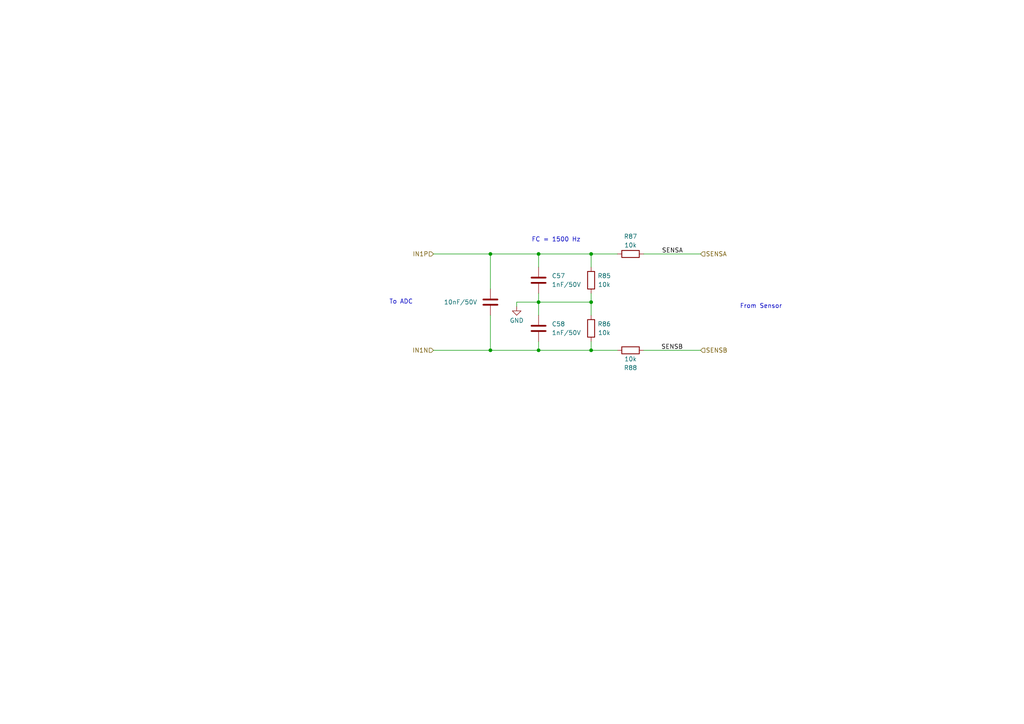
<source format=kicad_sch>
(kicad_sch (version 20250114) (generator "eeschema") (generator_version "9.0")
  (paper "A4")
  (lib_symbols
    (symbol "Device:C" (pin_numbers (hide yes)) (pin_names (offset 0.254))
      (property "Reference" "C" (at 0.635 2.54 0))
      (property "Value" "C" (at 0.635 -2.54 0))
      (symbol "C_0_1"
        (polyline (pts (xy -2.032 0.762) (xy 2.032 0.762)) (stroke (width 0.508)))
        (polyline (pts (xy -2.032 -0.762) (xy 2.032 -0.762)) (stroke (width 0.508)))
      )
      (symbol "C_1_1"
        (pin passive line (at 0 3.81 270) (length 2.794) (name "~") (number "1"))
        (pin passive line (at 0 -3.81 90) (length 2.794) (name "~") (number "2"))
      )
    )
    (symbol "Device:R" (pin_numbers (hide yes)) (pin_names (offset 0))
      (property "Reference" "R" (at 2.032 0 90))
      (property "Value" "R" (at 0 0 90))
      (symbol "R_0_1"
        (rectangle (start -1.016 -2.54) (end 1.016 2.54) (stroke (width 0.254)))
      )
      (symbol "R_1_1"
        (pin passive line (at 0 3.81 270) (length 1.27) (name "~") (number "1"))
        (pin passive line (at 0 -3.81 90) (length 1.27) (name "~") (number "2"))
      )
    )
    (symbol "power:GND" (power) (pin_numbers (hide yes)) (pin_names (offset 0) (hide yes))
      (property "Value" "GND" (at 0 -3.81 0))
      (symbol "GND_0_1"
        (polyline (pts (xy 0 0) (xy 0 -1.27) (xy 1.27 -1.27) (xy 0 -2.54) (xy -1.27 -1.27) (xy 0 -1.27)))
      )
      (symbol "GND_1_1"
        (pin power_in line (at 0 0 270) (length 0) (name "~") (number "1"))
      )
    )
  )
  (text "To ADC" (at 116.332 87.63 0) (effects (font (size 1.27 1.27))))
  (text "From Sensor" (at 220.726 88.9 0) (effects (font (size 1.27 1.27))))
  (text "FC = 1500 Hz" (at 161.29 69.596 0) (effects (font (size 1.27 1.27))))
  (junction (at 171.45 87.63))
  (junction (at 142.24 101.6))
  (junction (at 171.45 101.6))
  (junction (at 142.24 73.66))
  (junction (at 156.21 73.66))
  (junction (at 156.21 101.6))
  (junction (at 156.21 87.63))
  (junction (at 171.45 73.66))
  (wire (pts (xy 156.21 101.6) (xy 171.45 101.6)))
  (wire (pts (xy 156.21 99.06) (xy 156.21 101.6)))
  (wire (pts (xy 149.86 88.9) (xy 149.86 87.63)))
  (wire (pts (xy 149.86 87.63) (xy 156.21 87.63)))
  (wire (pts (xy 142.24 91.44) (xy 142.24 101.6)))
  (wire (pts (xy 156.21 77.47) (xy 156.21 73.66)))
  (wire (pts (xy 142.24 101.6) (xy 156.21 101.6)))
  (wire (pts (xy 186.69 101.6) (xy 203.2 101.6)))
  (wire (pts (xy 142.24 73.66) (xy 125.73 73.66)))
  (wire (pts (xy 171.45 99.06) (xy 171.45 101.6)))
  (wire (pts (xy 156.21 73.66) (xy 171.45 73.66)))
  (wire (pts (xy 156.21 85.09) (xy 156.21 87.63)))
  (wire (pts (xy 186.69 73.66) (xy 203.2 73.66)))
  (wire (pts (xy 171.45 77.47) (xy 171.45 73.66)))
  (wire (pts (xy 142.24 101.6) (xy 125.73 101.6)))
  (wire (pts (xy 171.45 101.6) (xy 179.07 101.6)))
  (wire (pts (xy 156.21 87.63) (xy 156.21 91.44)))
  (wire (pts (xy 171.45 87.63) (xy 171.45 91.44)))
  (wire (pts (xy 142.24 73.66) (xy 156.21 73.66)))
  (wire (pts (xy 171.45 85.09) (xy 171.45 87.63)))
  (wire (pts (xy 142.24 83.82) (xy 142.24 73.66)))
  (wire (pts (xy 171.45 73.66) (xy 179.07 73.66)))
  (wire (pts (xy 156.21 87.63) (xy 171.45 87.63)))
  (label "SENSB" (at 198.12 101.6 180))
  (label "SENSA" (at 198.12 73.66 180))
  (hierarchical_label "SENSB" (shape input) (at 203.2 101.6 0))
  (hierarchical_label "IN1N" (shape input) (at 125.73 101.6 180))
  (hierarchical_label "SENSA" (shape input) (at 203.2 73.66 0))
  (hierarchical_label "IN1P" (shape input) (at 125.73 73.66 180))
  (symbol (lib_id "Device:R") (at 182.88 101.6 90) (mirror x) (unit 1)
    (property "Reference" "R63" (at 182.88 106.68 90))
    (property "Value" "10k" (at 182.88 104.14 90))
    (property "Description" "Resistor" (effects (hide yes)))
    (instances (project "Placa_Control_M2ES" (path "" (reference "R88") (unit 1)) (path "" (reference "R63") (unit 1)) (path "" (reference "R68") (unit 1)) (path "" (reference "R72") (unit 1)) (path "" (reference "R80") (unit 1)) (path "" (reference "R76") (unit 1)) (path "" (reference "R62") (unit 1)) (path "" (reference "R84") (unit 1))))
  )
  (symbol (lib_id "Device:R") (at 182.88 73.66 90) (unit 1)
    (property "Reference" "R60" (at 182.88 68.58 90))
    (property "Value" "10k" (at 182.88 71.12 90))
    (property "Description" "Resistor" (effects (hide yes)))
    (instances (project "Placa_Control_M2ES" (path "" (reference "R87") (unit 1)) (path "" (reference "R60") (unit 1)) (path "" (reference "R67") (unit 1)) (path "" (reference "R71") (unit 1)) (path "" (reference "R79") (unit 1)) (path "" (reference "R75") (unit 1)) (path "" (reference "R59") (unit 1)) (path "" (reference "R83") (unit 1))))
  )
  (symbol (lib_id "Device:R") (at 171.45 95.25 0) (unit 1)
    (property "Reference" "R58" (at 175.26 93.98 0))
    (property "Value" "10k" (at 175.26 96.52 0))
    (property "Description" "Resistor" (effects (hide yes)))
    (instances (project "Placa_Control_M2ES" (path "" (reference "R86") (unit 1)) (path "" (reference "R58") (unit 1)) (path "" (reference "R66") (unit 1)) (path "" (reference "R70") (unit 1)) (path "" (reference "R78") (unit 1)) (path "" (reference "R74") (unit 1)) (path "" (reference "R55") (unit 1)) (path "" (reference "R82") (unit 1))))
  )
  (symbol (lib_id "Device:C") (at 156.21 81.28 0) (mirror y) (unit 1)
    (property "Reference" "C?" (at 160.02 80.0099 0) (effects (justify right)))
    (property "Value" "1nF/50V" (at 160.02 82.5499 0) (effects (justify right)))
    (property "Description" "Unpolarized capacitor" (effects (hide yes)))
    (instances (project "Placa_Control_M2ES" (path "" (reference "C57") (unit 1)) (path "" (reference "C?") (unit 1)) (path "" (reference "C42") (unit 1)) (path "" (reference "C45") (unit 1)) (path "" (reference "C51") (unit 1)) (path "" (reference "C48") (unit 1)) (path "" (reference "C24") (unit 1)) (path "" (reference "C54") (unit 1))))
  )
  (symbol (lib_id "Device:R") (at 171.45 81.28 0) (unit 1)
    (property "Reference" "R65" (at 175.26 80.01 0))
    (property "Value" "10k" (at 175.26 82.55 0))
    (property "Description" "Resistor" (effects (hide yes)))
    (instances (project "Placa_Control_M2ES" (path "" (reference "R85") (unit 1)) (path "" (reference "R65") (unit 1)) (path "" (reference "R64") (unit 1)) (path "" (reference "R69") (unit 1)) (path "" (reference "R77") (unit 1)) (path "" (reference "R73") (unit 1)) (path "" (reference "R54") (unit 1)) (path "" (reference "R81") (unit 1))))
  )
  (symbol (lib_id "Device:C") (at 142.24 87.63 0) (unit 1)
    (property "Reference" "C40" (effects (hide yes)))
    (property "Value" "10nF/50V" (at 138.43 87.6299 0) (effects (justify right)))
    (property "Description" "Unpolarized capacitor" (effects (hide yes)))
    (instances (project "Placa_Control_M2ES" (path "" (reference "C56") (unit 1)) (path "" (reference "C40") (unit 1)) (path "" (reference "C41") (unit 1)) (path "" (reference "C44") (unit 1)) (path "" (reference "C50") (unit 1)) (path "" (reference "C47") (unit 1)) (path "" (reference "C20") (unit 1)) (path "" (reference "C53") (unit 1))))
  )
  (symbol (lib_id "Device:C") (at 156.21 95.25 0) (mirror y) (unit 1)
    (property "Reference" "C22" (at 160.02 93.9799 0) (effects (justify right)))
    (property "Value" "1nF/50V" (at 160.02 96.5199 0) (effects (justify right)))
    (property "Description" "Unpolarized capacitor" (effects (hide yes)))
    (instances (project "Placa_Control_M2ES" (path "" (reference "C58") (unit 1)) (path "" (reference "C22") (unit 1)) (path "" (reference "C43") (unit 1)) (path "" (reference "C46") (unit 1)) (path "" (reference "C52") (unit 1)) (path "" (reference "C49") (unit 1)) (path "" (reference "C25") (unit 1)) (path "" (reference "C55") (unit 1))))
  )
  (symbol (lib_id "power:GND") (at 149.86 88.9 0) (mirror y) (unit 1)
    (property "Reference" "#PWR0101" (effects (hide yes)))
    (property "Value" "GND" (at 149.86 92.964 0))
    (property "Description" "Power symbol creates a global label with name \"GND\" , ground" (effects (hide yes)))
    (instances (project "Placa_Control_M2ES" (path "" (reference "#PWR069") (unit 1)) (path "" (reference "#PWR0101") (unit 1)) (path "" (reference "#PWR063") (unit 1)) (path "" (reference "#PWR064") (unit 1)) (path "" (reference "#PWR067") (unit 1)) (path "" (reference "#PWR065") (unit 1)) (path "" (reference "#PWR060") (unit 1)) (path "" (reference "#PWR068") (unit 1))))
  )
)
</source>
